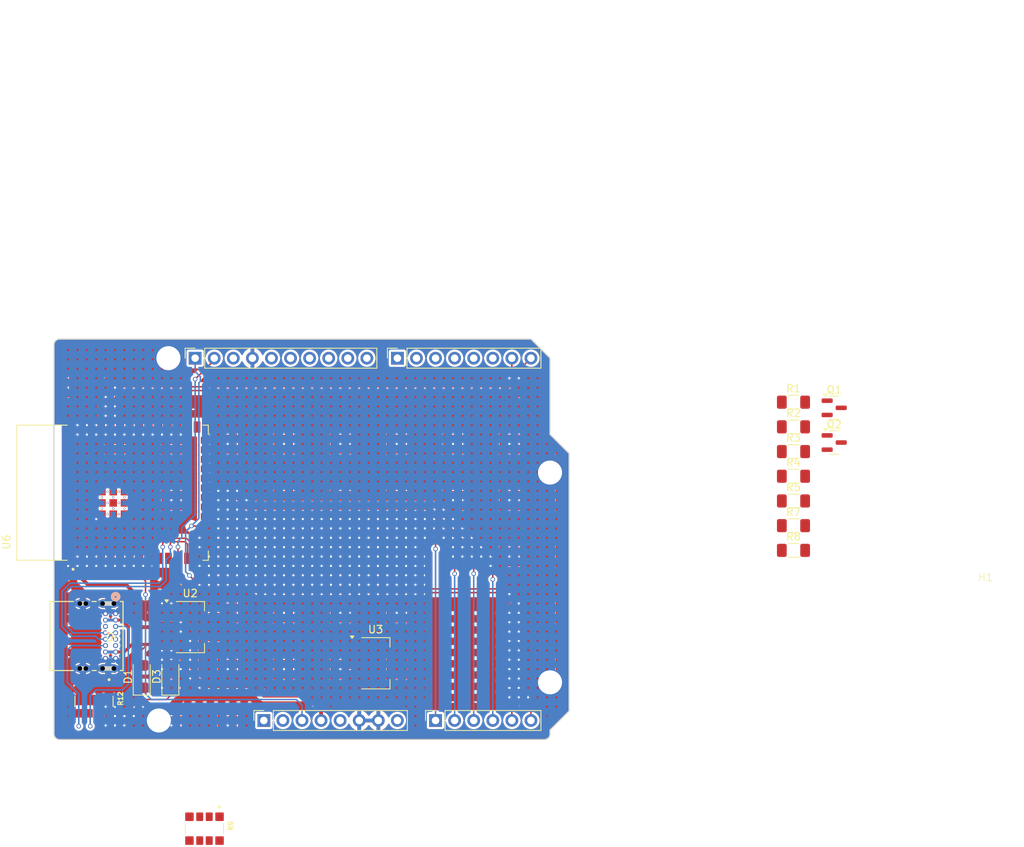
<source format=kicad_pcb>
(kicad_pcb (version 20240108) (generator "pcbnew") (generator_version "8.0")
  (title_block (date "mar. 31 mars 2015"))
  (layers (0 "F.Cu" signal) (31 "B.Cu" signal) (34 "B.Paste" user) (35 "F.Paste" user) (36 "B.SilkS" user "B.Silkscreen") (37 "F.SilkS" user "F.Silkscreen") (38 "B.Mask" user) (39 "F.Mask" user) (44 "Edge.Cuts" user))
  (net 0 "")
  (net 1 "GND")
  (net 3 "+5V")
  (net 4 "/IOREF")
  (net 5 "/A0")
  (net 6 "/A1")
  (net 7 "/A2")
  (net 8 "/A3")
  (net 9 "/SDA{slash}A4")
  (net 10 "/SCL{slash}A5")
  (net 11 "/13")
  (net 12 "/12")
  (net 13 "/AREF")
  (net 14 "/8")
  (net 15 "/7")
  (net 16 "/*11")
  (net 17 "/*10")
  (net 18 "/*9")
  (net 19 "/4")
  (net 20 "/2")
  (net 21 "/*6")
  (net 22 "/*5")
  (net 23 "/TX{slash}1")
  (net 24 "/*3")
  (net 25 "/RX{slash}0")
  (net 26 "VCC")
  (net 27 "/~{RESET}")
  (net 28 "/USB_D-")
  (net 29 "/USB_D+")
  (net 30 "/CC2")
  (net 33 "/CC1")
  (net 55 "SCL_3V3")
  (net 56 "SCL_5V")
  (net 57 "SDA_5V")
  (net 58 "SDA_3V3")
  (net 59 "/IO9")
  (net 60 "/IO8")
  (net 61 "/GPIO5")
  (net 62 "/GPIO7")
  (net 63 "/GPIO6")
  (net 64 "/GPIO4")
  (net 65 "+3V3")
  (net 67 "/LED_3V3")
  (net 68 "/LED_VUSB")
  (footprint "Connector_PinSocket_2.54mm:PinSocket_1x08_P2.54mm_Vertical" (layer "F.Cu") (at 127.94 97.46 90)
    (property "Reference" "J1" (hide yes))
    (property "Value" "Power")
    (pad "1" thru_hole rect (at 0 0 90) (size 1.7 1.7) (drill 1) (layers "*.Cu" "*.Mask"))
    (pad "2" thru_hole oval (at 0 2.54 90) (size 1.7 1.7) (drill 1) (layers "*.Cu" "*.Mask") (net 4 "/IOREF"))
    (pad "3" thru_hole oval (at 0 5.08 90) (size 1.7 1.7) (drill 1) (layers "*.Cu" "*.Mask") (net 27 "/~{RESET}"))
    (pad "4" thru_hole oval (at 0 7.62 90) (size 1.7 1.7) (drill 1) (layers "*.Cu" "*.Mask") (net 65 "+3V3"))
    (pad "5" thru_hole oval (at 0 10.16 90) (size 1.7 1.7) (drill 1) (layers "*.Cu" "*.Mask") (net 3 "+5V"))
    (pad "6" thru_hole oval (at 0 12.7 90) (size 1.7 1.7) (drill 1) (layers "*.Cu" "*.Mask") (net 1 "GND"))
    (pad "7" thru_hole oval (at 0 15.24 90) (size 1.7 1.7) (drill 1) (layers "*.Cu" "*.Mask") (net 1 "GND"))
    (pad "8" thru_hole oval (at 0 17.78 90) (size 1.7 1.7) (drill 1) (layers "*.Cu" "*.Mask") (net 26 "VCC"))
  )
  (footprint "Connector_PinSocket_2.54mm:PinSocket_1x06_P2.54mm_Vertical" (layer "F.Cu") (at 150.8 97.46 90)
    (property "Reference" "J3" (hide yes))
    (property "Value" "Analog")
    (pad "1" thru_hole rect (at 0 0 90) (size 1.7 1.7) (drill 1) (layers "*.Cu" "*.Mask") (net 5 "/A0"))
    (pad "2" thru_hole oval (at 0 2.54 90) (size 1.7 1.7) (drill 1) (layers "*.Cu" "*.Mask") (net 6 "/A1"))
    (pad "3" thru_hole oval (at 0 5.08 90) (size 1.7 1.7) (drill 1) (layers "*.Cu" "*.Mask") (net 7 "/A2"))
    (pad "4" thru_hole oval (at 0 7.62 90) (size 1.7 1.7) (drill 1) (layers "*.Cu" "*.Mask") (net 8 "/A3"))
    (pad "5" thru_hole oval (at 0 10.16 90) (size 1.7 1.7) (drill 1) (layers "*.Cu" "*.Mask") (net 9 "/SDA{slash}A4"))
    (pad "6" thru_hole oval (at 0 12.7 90) (size 1.7 1.7) (drill 1) (layers "*.Cu" "*.Mask") (net 10 "/SCL{slash}A5"))
  )
  (footprint "Connector_PinSocket_2.54mm:PinSocket_1x10_P2.54mm_Vertical" (layer "F.Cu") (at 118.796 49.2 90)
    (property "Reference" "J2" (hide yes))
    (property "Value" "Digital/PWM")
    (pad "1" thru_hole rect (at 0 0 90) (size 1.7 1.7) (drill 1) (layers "*.Cu" "*.Mask") (net 10 "/SCL{slash}A5"))
    (pad "2" thru_hole oval (at 0 2.54 90) (size 1.7 1.7) (drill 1) (layers "*.Cu" "*.Mask") (net 9 "/SDA{slash}A4"))
    (pad "3" thru_hole oval (at 0 5.08 90) (size 1.7 1.7) (drill 1) (layers "*.Cu" "*.Mask") (net 13 "/AREF"))
    (pad "4" thru_hole oval (at 0 7.62 90) (size 1.7 1.7) (drill 1) (layers "*.Cu" "*.Mask") (net 1 "GND"))
    (pad "5" thru_hole oval (at 0 10.16 90) (size 1.7 1.7) (drill 1) (layers "*.Cu" "*.Mask") (net 11 "/13"))
    (pad "6" thru_hole oval (at 0 12.7 90) (size 1.7 1.7) (drill 1) (layers "*.Cu" "*.Mask") (net 12 "/12"))
    (pad "7" thru_hole oval (at 0 15.24 90) (size 1.7 1.7) (drill 1) (layers "*.Cu" "*.Mask") (net 16 "/*11"))
    (pad "8" thru_hole oval (at 0 17.78 90) (size 1.7 1.7) (drill 1) (layers "*.Cu" "*.Mask") (net 17 "/*10"))
    (pad "9" thru_hole oval (at 0 20.32 90) (size 1.7 1.7) (drill 1) (layers "*.Cu" "*.Mask") (net 18 "/*9"))
    (pad "10" thru_hole oval (at 0 22.86 90) (size 1.7 1.7) (drill 1) (layers "*.Cu" "*.Mask") (net 14 "/8"))
  )
  (footprint "Connector_PinSocket_2.54mm:PinSocket_1x08_P2.54mm_Vertical" (layer "F.Cu") (at 145.72 49.2 90)
    (property "Reference" "J4" (hide yes))
    (property "Value" "Digital/PWM")
    (pad "1" thru_hole rect (at 0 0 90) (size 1.7 1.7) (drill 1) (layers "*.Cu" "*.Mask") (net 15 "/7"))
    (pad "2" thru_hole oval (at 0 2.54 90) (size 1.7 1.7) (drill 1) (layers "*.Cu" "*.Mask") (net 21 "/*6"))
    (pad "3" thru_hole oval (at 0 5.08 90) (size 1.7 1.7) (drill 1) (layers "*.Cu" "*.Mask") (net 22 "/*5"))
    (pad "4" thru_hole oval (at 0 7.62 90) (size 1.7 1.7) (drill 1) (layers "*.Cu" "*.Mask") (net 19 "/4"))
    (pad "5" thru_hole oval (at 0 10.16 90) (size 1.7 1.7) (drill 1) (layers "*.Cu" "*.Mask") (net 24 "/*3"))
    (pad "6" thru_hole oval (at 0 12.7 90) (size 1.7 1.7) (drill 1) (layers "*.Cu" "*.Mask") (net 20 "/2"))
    (pad "7" thru_hole oval (at 0 15.24 90) (size 1.7 1.7) (drill 1) (layers "*.Cu" "*.Mask") (net 23 "/TX{slash}1"))
    (pad "8" thru_hole oval (at 0 17.78 90) (size 1.7 1.7) (drill 1) (layers "*.Cu" "*.Mask") (net 25 "/RX{slash}0"))
  )
  (footprint "Resistor_SMD:R_1206_3216Metric_Pad1.30x1.75mm_HandSolder" (layer "F.Cu") (at 198.45 68.22)
    (property "Reference" "R5" (at 0 -1.82 0) (layer "F.SilkS"))
    (property "Value" "2K2")
    (pad "1" smd roundrect (at -1.55 0) (size 1.3 1.75) (layers "F.Cu" "F.Paste" "F.Mask") (roundrect_rratio 0.192308) (net 65 "+3V3"))
    (pad "2" smd roundrect (at 1.55 0) (size 1.3 1.75) (layers "F.Cu" "F.Paste" "F.Mask") (roundrect_rratio 0.192308) (net 60 "/IO8"))
  )
  (footprint "Resistor_SMD:R_1206_3216Metric_Pad1.30x1.75mm_HandSolder" (layer "F.Cu") (at 198.45 55.06)
    (property "Reference" "R1" (at 0 -1.82 0) (layer "F.SilkS"))
    (property "Value" "10k")
    (pad "1" smd roundrect (at -1.55 0) (size 1.3 1.75) (layers "F.Cu" "F.Paste" "F.Mask") (roundrect_rratio 0.192308) (net 65 "+3V3"))
    (pad "2" smd roundrect (at 1.55 0) (size 1.3 1.75) (layers "F.Cu" "F.Paste" "F.Mask") (roundrect_rratio 0.192308) (net 55 "SCL_3V3"))
  )
  (footprint "Resistor_SMD:R_1206_3216Metric_Pad1.30x1.75mm_HandSolder" (layer "F.Cu") (at 198.45 71.51)
    (property "Reference" "R7" (at 0 -1.82 0) (layer "F.SilkS"))
    (property "Value" "10k")
    (pad "1" smd roundrect (at -1.55 0) (size 1.3 1.75) (layers "F.Cu" "F.Paste" "F.Mask") (roundrect_rratio 0.192308) (net 3 "+5V"))
    (pad "2" smd roundrect (at 1.55 0) (size 1.3 1.75) (layers "F.Cu" "F.Paste" "F.Mask") (roundrect_rratio 0.192308) (net 56 "SCL_5V"))
  )
  (footprint "Alexander Library:XCVR_ESP32-S3-WROOM-2-N32R8V" (layer "F.Cu") (at 107.8 67.12 90)
    (property "Reference" "U6" (at -6.575 -14.135 90) (layer "F.SilkS"))
    (property "Value" "ESP32-S3-WROOM-1")
    (pad "1" smd rect (at -8.75 -5.26 90) (size 1.5 0.9) (layers "F.Cu" "F.Paste" "F.Mask") (net 1 "GND"))
    (pad "2" smd rect (at -8.75 -3.99 90) (size 1.5 0.9) (layers "F.Cu" "F.Paste" "F.Mask") (net 65 "+3V3"))
    (pad "3" smd rect (at -8.75 -2.72 90) (size 1.5 0.9) (layers "F.Cu" "F.Paste" "F.Mask") (net 27 "/~{RESET}"))
    (pad "4" smd rect (at -8.75 -1.45 90) (size 1.5 0.9) (layers "F.Cu" "F.Paste" "F.Mask") (net 64 "/GPIO4"))
    (pad "5" smd rect (at -8.75 -0.18 90) (size 1.5 0.9) (layers "F.Cu" "F.Paste" "F.Mask") (net 61 "/GPIO5"))
    (pad "6" smd rect (at -8.75 1.09 90) (size 1.5 0.9) (layers "F.Cu" "F.Paste" "F.Mask") (net 63 "/GPIO6"))
    (pad "7" smd rect (at -8.75 2.36 90) (size 1.5 0.9) (layers "F.Cu" "F.Paste" "F.Mask") (net 62 "/GPIO7"))
    (pad "8" smd rect (at -8.75 3.63 90) (size 1.5 0.9) (layers "F.Cu" "F.Paste" "F.Mask"))
    (pad "9" smd rect (at -8.75 4.9 90) (size 1.5 0.9) (layers "F.Cu" "F.Paste" "F.Mask"))
    (pad "10" smd rect (at -8.75 6.17 90) (size 1.5 0.9) (layers "F.Cu" "F.Paste" "F.Mask"))
    (pad "11" smd rect (at -8.75 7.44 90) (size 1.5 0.9) (layers "F.Cu" "F.Paste" "F.Mask"))
    (pad "12" smd rect (at -8.75 8.71 90) (size 1.5 0.9) (layers "F.Cu" "F.Paste" "F.Mask") (net 9 "/SDA{slash}A4"))
    (pad "13" smd rect (at -8.75 9.98 90) (size 1.5 0.9) (layers "F.Cu" "F.Paste" "F.Mask") (net 28 "/USB_D-"))
    (pad "14" smd rect (at -8.75 11.25 90) (size 1.5 0.9) (layers "F.Cu" "F.Paste" "F.Mask") (net 29 "/USB_D+"))
    (pad "15" smd rect (at -6.985 12.5 90) (size 0.9 1.5) (layers "F.Cu" "F.Paste" "F.Mask"))
    (pad "16" smd rect (at -5.715 12.5 90) (size 0.9 1.5) (layers "F.Cu" "F.Paste" "F.Mask"))
    (pad "17" smd rect (at -4.445 12.5 90) (size 0.9 1.5) (layers "F.Cu" "F.Paste" "F.Mask") (net 10 "/SCL{slash}A5"))
    (pad "18" smd rect (at -3.175 12.5 90) (size 0.9 1.5) (layers "F.Cu" "F.Paste" "F.Mask") (net 5 "/A0"))
    (pad "19" smd rect (at -1.905 12.5 90) (size 0.9 1.5) (layers "F.Cu" "F.Paste" "F.Mask") (net 6 "/A1"))
    (pad "20" smd rect (at -0.635 12.5 90) (size 0.9 1.5) (layers "F.Cu" "F.Paste" "F.Mask") (net 7 "/A2"))
    (pad "21" smd rect (at 0.635 12.5 90) (size 0.9 1.5) (layers "F.Cu" "F.Paste" "F.Mask") (net 8 "/A3"))
    (pad "22" smd rect (at 1.905 12.5 90) (size 0.9 1.5) (layers "F.Cu" "F.Paste" "F.Mask"))
    (pad "23" smd rect (at 3.175 12.5 90) (size 0.9 1.5) (layers "F.Cu" "F.Paste" "F.Mask"))
    (pad "24" smd rect (at 4.445 12.5 90) (size 0.9 1.5) (layers "F.Cu" "F.Paste" "F.Mask"))
    (pad "25" smd rect (at 5.715 12.5 90) (size 0.9 1.5) (layers "F.Cu" "F.Paste" "F.Mask"))
    (pad "26" smd rect (at 6.985 12.5 90) (size 0.9 1.5) (layers "F.Cu" "F.Paste" "F.Mask"))
    (pad "27" smd rect (at 8.75 11.25 90) (size 1.5 0.9) (layers "F.Cu" "F.Paste" "F.Mask"))
    (pad "28" smd rect (at 8.75 9.98 90) (size 1.5 0.9) (layers "F.Cu" "F.Paste" "F.Mask"))
    (pad "29" smd rect (at 8.75 8.71 90) (size 1.5 0.9) (layers "F.Cu" "F.Paste" "F.Mask"))
    (pad "30" smd rect (at 8.75 7.44 90) (size 1.5 0.9) (layers "F.Cu" "F.Paste" "F.Mask"))
    (pad "31" smd rect (at 8.75 6.17 90) (size 1.5 0.9) (layers "F.Cu" "F.Paste" "F.Mask"))
    (pad "32" smd rect (at 8.75 4.9 90) (size 1.5 0.9) (layers "F.Cu" "F.Paste" "F.Mask"))
    (pad "33" smd rect (at 8.75 3.63 90) (size 1.5 0.9) (layers "F.Cu" "F.Paste" "F.Mask"))
    (pad "34" smd rect (at 8.75 2.36 90) (size 1.5 0.9) (layers "F.Cu" "F.Paste" "F.Mask"))
    (pad "35" smd rect (at 8.75 1.09 90) (size 1.5 0.9) (layers "F.Cu" "F.Paste" "F.Mask"))
    (pad "36" smd rect (at 8.75 -0.18 90) (size 1.5 0.9) (layers "F.Cu" "F.Paste" "F.Mask") (net 25 "/RX{slash}0"))
    (pad "37" smd rect (at 8.75 -1.45 90) (size 1.5 0.9) (layers "F.Cu" "F.Paste" "F.Mask") (net 23 "/TX{slash}1"))
    (pad "38" smd rect (at 8.75 -2.72 90) (size 1.5 0.9) (layers "F.Cu" "F.Paste" "F.Mask"))
    (pad "39" smd rect (at 8.75 -3.99 90) (size 1.5 0.9) (layers "F.Cu" "F.Paste" "F.Mask"))
    (pad "40" smd rect (at 8.75 -5.26 90) (size 1.5 0.9) (layers "F.Cu" "F.Paste" "F.Mask") (net 1 "GND"))
    (pad "41_1" smd rect (at -1.36 0.09 90) (size 1 1) (layers "F.Cu" "F.Paste" "F.Mask"))
    (pad "41_2" smd rect (at -2.86 0.09 90) (size 1 1) (layers "F.Cu" "F.Paste" "F.Mask"))
    (pad "41_3" smd rect (at 0.14 0.09 90) (size 1 1) (layers "F.Cu" "F.Paste" "F.Mask"))
    (pad "41_4" smd rect (at -2.86 1.59 90) (size 1 1) (layers "F.Cu" "F.Paste" "F.Mask"))
    (pad "41_5" smd rect (at -1.36 1.59 90) (size 1 1) (layers "F.Cu" "F.Paste" "F.Mask"))
    (pad "41_6" smd rect (at 0.14 1.59 90) (size 1 1) (layers "F.Cu" "F.Paste" "F.Mask"))
    (pad "41_7" smd rect (at -2.86 -1.41 90) (size 1 1) (layers "F.Cu" "F.Paste" "F.Mask"))
    (pad "41_8" smd rect (at -1.36 -1.41 90) (size 1 1) (layers "F.Cu" "F.Paste" "F.Mask"))
    (pad "41_9" smd rect (at 0.14 -1.41 90) (size 1 1) (layers "F.Cu" "F.Paste" "F.Mask"))
    (pad "41_10" thru_hole circle (at -1.36 -0.66 90) (size 0.3 0.3) (drill 0.2) (layers "*.Cu"))
    (pad "41_11" thru_hole circle (at -2.86 -0.66 90) (size 0.3 0.3) (drill 0.2) (layers "*.Cu"))
    (pad "41_12" thru_hole circle (at 0.14 -0.66 90) (size 0.3 0.3) (drill 0.2) (layers "*.Cu"))
    (pad "41_13" thru_hole circle (at -2.86 0.84 90) (size 0.3 0.3) (drill 0.2) (layers "*.Cu"))
    (pad "41_14" thru_hole circle (at -1.36 0.84 90) (size 0.3 0.3) (drill 0.2) (layers "*.Cu"))
    (pad "41_15" thru_hole circle (at 0.14 0.84 90) (size 0.3 0.3) (drill 0.2) (layers "*.Cu"))
    (pad "41_16" thru_hole circle (at -2.11 -1.41 90) (size 0.3 0.3) (drill 0.2) (layers "*.Cu"))
    (pad "41_17" thru_hole circle (at -0.61 -1.41 90) (size 0.3 0.3) (drill 0.2) (layers "*.Cu"))
    (pad "41_18" thru_hole circle (at -2.11 0.09 90) (size 0.3 0.3) (drill 0.2) (layers "*.Cu"))
    (pad "41_19" thru_hole circle (at -0.61 0.09 90) (size 0.3 0.3) (drill 0.2) (layers "*.Cu"))
    (pad "41_20" thru_hole circle (at -2.11 1.59 90) (size 0.3 0.3) (drill 0.2) (layers "*.Cu"))
    (pad "41_21" thru_hole circle (at -0.61 1.59 90) (size 0.3 0.3) (drill 0.2) (layers "*.Cu"))
    (zone (net 0) (net_name "") (layer "F.Cu") (connect_pads (clearance 0)) (min_thickness 0.01)
      (keepout (tracks not_allowed) (vias not_allowed) (pads not_allowed) (copperpour not_allowed) (footprints allowed))
      (fill (thermal_gap 0.508) (thermal_bridge_width 0.508))
      (polygon (pts (xy 95.05 76.12) (xy 95.05 58.12) (xy 101.05 58.12) (xy 101.05 76.12)))
    )
    (zone (net 0) (net_name "") (layer "B.Cu") (connect_pads (clearance 0)) (min_thickness 0.01)
      (keepout (tracks not_allowed) (vias not_allowed) (pads not_allowed) (copperpour not_allowed) (footprints allowed))
      (fill (thermal_gap 0.508) (thermal_bridge_width 0.508))
      (polygon (pts (xy 95.05 76.12) (xy 95.05 58.12) (xy 101.05 58.12) (xy 101.05 76.12)))
    )
  )
  (footprint "Alexander Library:R-ARRAY_RESCAXS127P508X320X70-8N" (layer "F.Cu") (at 120.039 111.872 -90)
    (property "Reference" "R9" (at -0.378 -3.5264 90) (layer "F.SilkS") (effects (font (size 0.64 0.64))))
    (property "Value" "YC324-FK-10K")
    (pad "1" smd roundrect (at -1.59 -2.005 270) (size 1.14 1.13) (layers "F.Cu" "F.Paste" "F.Mask") (roundrect_rratio 0.1) (net 55 "SCL_3V3"))
    (pad "2" smd roundrect (at -1.59 -0.635 270) (size 1.14 0.93) (layers "F.Cu" "F.Paste" "F.Mask") (roundrect_rratio 0.1) (net 58 "SDA_3V3"))
    (pad "3" smd roundrect (at -1.59 0.635 270) (size 1.14 0.93) (layers "F.Cu" "F.Paste" "F.Mask") (roundrect_rratio 0.1) (net 57 "SDA_5V"))
    (pad "4" smd roundrect (at -1.59 2.005 270) (size 1.14 1.13) (layers "F.Cu" "F.Paste" "F.Mask") (roundrect_rratio 0.1) (net 56 "SCL_5V"))
    (pad "5" smd roundrect (at 1.59 2.005 270) (size 1.14 1.13) (layers "F.Cu" "F.Paste" "F.Mask") (roundrect_rratio 0.1) (net 65 "+3V3"))
    (pad "6" smd roundrect (at 1.59 0.635 270) (size 1.14 0.93) (layers "F.Cu" "F.Paste" "F.Mask") (roundrect_rratio 0.1) (net 65 "+3V3"))
    (pad "7" smd roundrect (at 1.59 -0.635 270) (size 1.14 0.93) (layers "F.Cu" "F.Paste" "F.Mask") (roundrect_rratio 0.1) (net 3 "+5V"))
    (pad "8" smd roundrect (at 1.59 -2.005 270) (size 1.14 1.13) (layers "F.Cu" "F.Paste" "F.Mask") (roundrect_rratio 0.1) (net 3 "+5V"))
  )
  (footprint "Package_TO_SOT_SMD:SOT-23" (layer "F.Cu") (at 203.87 60.44)
    (property "Reference" "Q2" (at 0 -2.4 0) (layer "F.SilkS"))
    (property "Value" "BSS138")
    (pad "1" smd roundrect (at -0.9375 -0.95) (size 1.475 0.6) (layers "F.Cu" "F.Paste" "F.Mask") (net 65 "+3V3"))
    (pad "2" smd roundrect (at -0.9375 0.95) (size 1.475 0.6) (layers "F.Cu" "F.Paste" "F.Mask") (net 58 "SDA_3V3"))
    (pad "3" smd roundrect (at 0.9375 0) (size 1.475 0.6) (layers "F.Cu" "F.Paste" "F.Mask") (net 57 "SDA_5V"))
  )
  (footprint "LED SMD:LED_1206_3216Metric_Pad1.42x1.75mm_HandSolder" (layer "F.Cu") (at 115.494 91.618 90)
    (property "Reference" "D3" (at 0 -1.82 90) (layer "F.SilkS"))
    (property "Value" "LED")
    (pad "1" smd roundrect (at -1.4875 0 90) (size 1.425 1.75) (layers "F.Cu" "F.Paste" "F.Mask") (roundrect_rratio 0.175439) (net 67 "/LED_3V3"))
    (pad "2" smd roundrect (at 1.4875 0 90) (size 1.425 1.75) (layers "F.Cu" "F.Paste" "F.Mask") (roundrect_rratio 0.175439) (net 65 "+3V3"))
  )
  (footprint "Resistor_SMD:R_1206_3216Metric_Pad1.30x1.75mm_HandSolder" (layer "F.Cu") (at 198.45 58.35)
    (property "Reference" "R2" (at 0 -1.82 0) (layer "F.SilkS"))
    (property "Value" "10k")
    (pad "1" smd roundrect (at -1.55 0) (size 1.3 1.75) (layers "F.Cu" "F.Paste" "F.Mask") (roundrect_rratio 0.192308) (net 65 "+3V3"))
    (pad "2" smd roundrect (at 1.55 0) (size 1.3 1.75) (layers "F.Cu" "F.Paste" "F.Mask") (roundrect_rratio 0.192308) (net 58 "SDA_3V3"))
  )
  (footprint "Arduino_MountingHole:MountingHole_3.2mm" (layer "F.Cu") (at 115.24 49.2)
    (property "Reference" "MH1" (hide yes))
    (property "Value" "MountingHole_3.2mm" (hide yes))
    (pad "" np_thru_hole circle (at 0 0) (size 3.2 3.2) (drill 3.2) (layers "*.Cu" "*.Mask"))
  )
  (footprint "Alexander Library:Arduino Uno" (layer "F.Cu") (at 224.01 78.89)
    (property "Reference" "H1" (at 0 -0.5 0) (layer "F.SilkS") (effects (font (thickness 0.1))))
    (property "Value" "MountingHole")
  )
  (footprint "Package_TO_SOT_SMD:SOT-223" (layer "F.Cu") (at 118.136 85.028)
    (property "Reference" "U2" (at 0 -4.5 0) (layer "F.SilkS"))
    (property "Value" "LM1117MP-3.3")
    (pad "1" smd roundrect (at -3.15 -2.3) (size 2 1.5) (layers "F.Cu" "F.Paste" "F.Mask") (net 1 "GND"))
    (pad "2" smd roundrect (at -3.15 0) (size 2 1.5) (layers "F.Cu" "F.Paste" "F.Mask") (net 65 "+3V3"))
    (pad "3" smd roundrect (at -3.15 2.3) (size 2 1.5) (layers "F.Cu" "F.Paste" "F.Mask") (net 26 "VCC"))
    (pad "4" smd roundrect (at 3.15 0) (size 2 3.8) (layers "F.Cu" "F.Paste" "F.Mask"))
  )
  (footprint "Alexander Library:USB-C_GCT CONN16_USB4085-GF-A" (layer "F.Cu") (at 108.208 83.236 -90)
    (property "Reference" "J5" (at 2.975 0.675 -90) (layer "F.SilkS"))
    (property "Value" "USB-C_Receptacle_Data_16P_GCT-USB4085")
    (fp_line (start -1.349985 4.7587) (end -1.349985 3.9713) (stroke (width 0.6096)) (layer "Edge.Cuts"))
    (fp_line (start 7.299985 4.7587) (end 7.299985 3.9713) (stroke (width 0.6096)) (layer "Edge.Cuts"))
    (fp_line (start -1.35 1.729301) (end -1.35 0.230701) (stroke (width 0.6096)) (layer "Edge.Cuts"))
    (fp_line (start 7.299985 1.7293) (end 7.299985 0.2307) (stroke (width 0.6096)) (layer "Edge.Cuts"))
    (pad "" np_thru_hole circle (at -1.35 0.230701 270) (size 0.6096 0.6096) (drill 0.6096) (layers))
    (pad "" np_thru_hole circle (at -1.35 1.729301 270) (size 0.6096 0.6096) (drill 0.6096) (layers))
    (pad "" np_thru_hole circle (at -1.349985 3.9713 270) (size 0.6096 0.6096) (drill 0.6096) (layers))
    (pad "" np_thru_hole circle (at -1.349985 4.7587 270) (size 0.6096 0.6096) (drill 0.6096) (layers))
    (pad "" np_thru_hole circle (at 7.299985 0.2307 270) (size 0.6096 0.6096) (drill 0.6096) (layers))
    (pad "" np_thru_hole circle (at 7.299985 1.7293 270) (size 0.6096 0.6096) (drill 0.6096) (layers))
    (pad "" np_thru_hole circle (at 7.299985 3.9713 270) (size 0.6096 0.6096) (drill 0.6096) (layers))
    (pad "" np_thru_hole circle (at 7.299985 4.7587 270) (size 0.6096 0.6096) (drill 0.6096) (layers))
    (pad "A1" thru_hole circle (at 0 0 270) (size 0.6604 0.6604) (drill 0.4064) (layers "*.Cu" "*.Mask") (net 1 "GND"))
    (pad "A4" thru_hole circle (at 0.850001 0 270) (size 0.6604 0.6604) (drill 0.4064) (layers "*.Cu" "*.Mask") (net 26 "VCC"))
    (pad "A5" thru_hole circle (at 1.699999 0 270) (size 0.6604 0.6604) (drill 0.4064) (layers "*.Cu" "*.Mask") (net 33 "/CC1"))
    (pad "A6" thru_hole circle (at 2.55 0 270) (size 0.6604 0.6604) (drill 0.4064) (layers "*.Cu" "*.Mask") (net 29 "/USB_D+"))
    (pad "A7" thru_hole circle (at 3.400001 0 270) (size 0.6604 0.6604) (drill 0.4064) (layers "*.Cu" "*.Mask") (net 28 "/USB_D-"))
    (pad "A8" thru_hole circle (at 4.250002 0 270) (size 0.6604 0.6604) (drill 0.4064) (layers "*.Cu" "*.Mask"))
    (pad "A9" thru_hole circle (at 5.1 0 270) (size 0.6604 0.6604) (drill 0.4064) (layers "*.Cu" "*.Mask") (net 26 "VCC"))
    (pad "A12" thru_hole circle (at 5.950001 0 270) (size 0.6604 0.6604) (drill 0.4064) (layers "*.Cu" "*.Mask") (net 1 "GND"))
    (pad "B1" thru_hole circle (at 5.950001 1.35 270) (size 0.6604 0.6604) (drill 0.4064) (layers "*.Cu" "*.Mask") (net 1 "GND"))
    (pad "B4" thru_hole circle (at 5.1 1.35 270) (size 0.6604 0.6604) (drill 0.4064) (layers "*.Cu" "*.Mask") (net 26 "VCC"))
    (pad "B5" thru_hole circle (at 4.250002 1.35 270) (size 0.6604 0.6604) (drill 0.4064) (layers "*.Cu" "*.Mask") (net 30 "/CC2"))
    (pad "B6" thru_hole circle (at 3.400001 1.35 270) (size 0.6604 0.6604) (drill 0.4064) (layers "*.Cu" "*.Mask") (net 29 "/USB_D+"))
    (pad "B7" thru_hole circle (at 2.55 1.35 270) (size 0.6604 0.6604) (drill 0.4064) (layers "*.Cu" "*.Mask") (net 28 "/USB_D-"))
    (pad "B8" thru_hole circle (at 1.699999 1.35 270) (size 0.6604 0.6604) (drill 0.4064) (layers "*.Cu" "*.Mask"))
    (pad "B9" thru_hole circle (at 0.850001 1.35 270) (size 0.6604 0.6604) (drill 0.4064) (layers "*.Cu" "*.Mask") (net 26 "VCC"))
    (pad "B12" thru_hole circle (at 0 1.35 270) (size 0.6604 0.6604) (drill 0.4064) (layers "*.Cu" "*.Mask") (net 1 "GND"))
    (pad "S1" thru_hole oval (at -1.349985 4.365) (size 1.905 1.1176) (drill 0.0254) (layers "*.Cu" "*.Mask") (net 1 "GND"))
    (pad "S2" thru_hole oval (at 7.299985 4.365) (size 1.905 1.1176) (drill 0.0254) (layers "*.Cu" "*.Mask") (net 1 "GND"))
    (pad "S3" thru_hole oval (at -1.35 0.980001) (size 2.6162 1.1176) (drill 0.0254) (layers "*.Cu" "*.Mask") (net 1 "GND"))
    (pad "S4" thru_hole oval (at 7.299985 0.98) (size 2.6162 1.1176) (drill 0.0254) (layers "*.Cu" "*.Mask") (net 1 "GND"))
  )
  (footprint "Resistor_SMD:R_1206_3216Metric_Pad1.30x1.75mm_HandSolder" (layer "F.Cu") (at 198.45 74.8)
    (property "Reference" "R8" (at 0 -1.82 0) (layer "F.SilkS"))
    (property "Value" "10k")
    (pad "1" smd roundrect (at -1.55 0) (size 1.3 1.75) (layers "F.Cu" "F.Paste" "F.Mask") (roundrect_rratio 0.192308) (net 3 "+5V"))
    (pad "2" smd roundrect (at 1.55 0) (size 1.3 1.75) (layers "F.Cu" "F.Paste" "F.Mask") (roundrect_rratio 0.192308) (net 57 "SDA_5V"))
  )
  (footprint "Arduino_MountingHole:MountingHole_3.2mm" (layer "F.Cu") (at 113.97 97.46)
    (property "Reference" "MH2" (hide yes))
    (property "Value" "MountingHole_3.2mm" (hide yes))
    (pad "" np_thru_hole circle (at 0 0) (size 3.2 3.2) (drill 3.2) (layers "*.Cu" "*.Mask"))
  )
  (footprint "Resistor_SMD:R_1206_3216Metric_Pad1.30x1.75mm_HandSolder" (layer "F.Cu") (at 198.45 61.64)
    (property "Reference" "R3" (at 0 -1.82 0) (layer "F.SilkS"))
    (property "Value" "100k")
    (pad "1" smd roundrect (at -1.55 0) (size 1.3 1.75) (layers "F.Cu" "F.Paste" "F.Mask") (roundrect_rratio 0.192308) (net 65 "+3V3"))
    (pad "2" smd roundrect (at 1.55 0) (size 1.3 1.75) (layers "F.Cu" "F.Paste" "F.Mask") (roundrect_rratio 0.192308) (net 27 "/~{RESET}"))
  )
  (footprint "Alexander Library:R-ARRAY_RESCAXS127P508X320X70-8N" (layer "F.Cu") (at 105.334 94.92 -90)
    (property "Reference" "R12" (at -0.378 -3.5264 90) (layer "F.SilkS") (effects (font (size 0.64 0.64))))
    (property "Value" "YC324-FK-5K1")
    (pad "1" smd roundrect (at -1.59 -2.005 270) (size 1.14 1.13) (layers "F.Cu" "F.Paste" "F.Mask") (roundrect_rratio 0.1) (net 1 "GND"))
    (pad "2" smd roundrect (at -1.59 -0.635 270) (size 1.14 0.93) (layers "F.Cu" "F.Paste" "F.Mask") (roundrect_rratio 0.1) (net 1 "GND"))
    (pad "3" smd roundrect (at -1.59 0.635 270) (size 1.14 0.93) (layers "F.Cu" "F.Paste" "F.Mask") (roundrect_rratio 0.1) (net 1 "GND"))
    (pad "4" smd roundrect (at -1.59 2.005 270) (size 1.14 1.13) (layers "F.Cu" "F.Paste" "F.Mask") (roundrect_rratio 0.1) (net 1 "GND"))
    (pad "5" smd roundrect (at 1.59 2.005 270) (size 1.14 1.13) (layers "F.Cu" "F.Paste" "F.Mask") (roundrect_rratio 0.1) (net 30 "/CC2"))
    (pad "6" smd roundrect (at 1.59 0.635 270) (size 1.14 0.93) (layers "F.Cu" "F.Paste" "F.Mask") (roundrect_rratio 0.1) (net 33 "/CC1"))
    (pad "7" smd roundrect (at 1.59 -0.635 270) (size 1.14 0.93) (layers "F.Cu" "F.Paste" "F.Mask") (roundrect_rratio 0.1) (net 67 "/LED_3V3"))
    (pad "8" smd roundrect (at 1.59 -2.005 270) (size 1.14 1.13) (layers "F.Cu" "F.Paste" "F.Mask") (roundrect_rratio 0.1) (net 68 "/LED_VUSB"))
  )
  (footprint "Arduino_MountingHole:MountingHole_3.2mm" (layer "F.Cu") (at 166.04 64.44)
    (property "Reference" "MH3" (hide yes))
    (property "Value" "MountingHole_3.2mm" (hide yes))
    (pad "" np_thru_hole circle (at 0 0) (size 3.2 3.2) (drill 3.2) (layers "*.Cu" "*.Mask"))
  )
  (footprint "Arduino_MountingHole:MountingHole_3.2mm" (layer "F.Cu") (at 166.04 92.38)
    (property "Reference" "MH4" (hide yes))
    (property "Value" "MountingHole_3.2mm" (hide yes))
    (pad "" np_thru_hole circle (at 0 0) (size 3.2 3.2) (drill 3.2) (layers "*.Cu" "*.Mask"))
  )
  (footprint "Package TO SOT SMD:SOT-223" (layer "F.Cu") (at 142.824 89.84)
    (property "Reference" "U3" (at 0 -4.5 0) (layer "F.SilkS"))
    (property "Value" "AMS1117-5V")
    (pad "1" smd roundrect (at -3.15 -2.3) (size 2 1.5) (layers "F.Cu" "F.Paste" "F.Mask") (net 1 "GND"))
    (pad "2" smd roundrect (at -3.15 0) (size 2 1.5) (layers "F.Cu" "F.Paste" "F.Mask") (net 3 "+5V"))
    (pad "3" smd roundrect (at -3.15 2.3) (size 2 1.5) (layers "F.Cu" "F.Paste" "F.Mask") (net 26 "VCC"))
    (pad "4" smd roundrect (at 3.15 0) (size 2 3.8) (layers "F.Cu" "F.Paste" "F.Mask"))
  )
  (footprint "LED SMD:LED_1206_3216Metric_Pad1.42x1.75mm_HandSolder" (layer "F.Cu") (at 111.684 91.618 90)
    (property "Reference" "D1" (at 0 -1.82 90) (layer "F.SilkS"))
    (property "Value" "LED")
    (pad "1" smd roundrect (at -1.4875 0 90) (size 1.425 1.75) (layers "F.Cu" "F.Paste" "F.Mask") (roundrect_rratio 0.175439) (net 68 "/LED_VUSB"))
    (pad "2" smd roundrect (at 1.4875 0 90) (size 1.425 1.75) (layers "F.Cu" "F.Paste" "F.Mask") (roundrect_rratio 0.175439) (net 26 "VCC"))
  )
  (footprint "Package_TO_SOT_SMD:SOT-23" (layer "F.Cu") (at 203.87 55.815)
    (property "Reference" "Q1" (at 0 -2.4 0) (layer "F.SilkS"))
    (property "Value" "BSS138")
    (pad "1" smd roundrect (at -0.9375 -0.95) (size 1.475 0.6) (layers "F.Cu" "F.Paste" "F.Mask") (net 65 "+3V3"))
    (pad "2" smd roundrect (at -0.9375 0.95) (size 1.475 0.6) (layers "F.Cu" "F.Paste" "F.Mask") (net 55 "SCL_3V3"))
    (pad "3" smd roundrect (at 0.9375 0) (size 1.475 0.6) (layers "F.Cu" "F.Paste" "F.Mask") (net 56 "SCL_5V"))
  )
  (footprint "Resistor_SMD:R_1206_3216Metric_Pad1.30x1.75mm_HandSolder" (layer "F.Cu") (at 198.45 64.93)
    (property "Reference" "R4" (at 0 -1.82 0) (layer "F.SilkS"))
    (property "Value" "10k")
    (pad "1" smd roundrect (at -1.55 0) (size 1.3 1.75) (layers "F.Cu" "F.Paste" "F.Mask") (roundrect_rratio 0.192308) (net 65 "+3V3"))
    (pad "2" smd roundrect (at 1.55 0) (size 1.3 1.75) (layers "F.Cu" "F.Paste" "F.Mask") (roundrect_rratio 0.192308) (net 59 "/IO9"))
  )
  (gr_line (start 166.04 59.36) (end 168.58 61.9) (stroke (width 0.15)) (layer "Edge.Cuts"))
  (gr_line (start 100 99.238) (end 100 47.422) (stroke (width 0.15)) (layer "Edge.Cuts"))
  (gr_line (start 168.58 61.9) (end 168.58 96.19) (stroke (width 0.15)) (layer "Edge.Cuts"))
  (gr_line (start 165.278 100) (end 100.762 100) (stroke (width 0.15)) (layer "Edge.Cuts"))
  (gr_line (start 100.762 46.66) (end 163.5 46.66) (stroke (width 0.15)) (layer "Edge.Cuts"))
  (gr_arc (start 100.762 100) (mid 100.223185 99.776815) (end 100 99.238) (stroke (width 0.15)) (layer "Edge.Cuts"))
  (gr_line (start 168.58 96.19) (end 166.04 98.73) (stroke (width 0.15)) (layer "Edge.Cuts"))
  (gr_line (start 163.5 46.66) (end 166.04 49.2) (stroke (width 0.15)) (layer "Edge.Cuts"))
  (gr_arc (start 166.04 99.238) (mid 165.816815 99.776815) (end 165.278 100) (stroke (width 0.15)) (layer "Edge.Cuts"))
  (gr_line (start 166.04 49.2) (end 166.04 59.36) (stroke (width 0.15)) (layer "Edge.Cuts"))
  (gr_line (start 166.04 98.73) (end 166.04 99.238) (stroke (width 0.15)) (layer "Edge.Cuts"))
  (gr_arc (start 100 47.422) (mid 100.223185 46.883185) (end 100.762 46.66) (stroke (width 0.15)) (layer "Edge.Cuts"))
  (segment (start 108.063052 91.020016) (end 108.175 91.020016) (width 0.2) (layer "F.Cu") (net 1))
  (segment (start 108.135618 89.384445) (end 108.247566 89.384445) (width 0.2) (layer "B.Cu") (net 1))
  (segment (start 108.063052 90.170015) (end 108.175 90.170015) (width 0.2) (layer "B.Cu") (net 1))
  (segment (start 150.8 71.243106) (end 150.8 74.6) (width 0.2) (layer "F.Cu") (net 5))
  (segment (start 120.3 70.295) (end 149.851894 70.295) (width 0.2) (layer "F.Cu") (net 5))
  (segment (start 149.851894 70.295) (end 150.8 71.243106) (width 0.2) (layer "F.Cu") (net 5))
  (via (at 150.8 74.6) (size 0.6) (drill 0.4) (layers "F.Cu" "B.Cu") (net 5))
  (segment (start 150.8 74.6) (end 150.8 97.46) (width 0.2) (layer "B.Cu") (net 5))
  (segment (start 124.705894 69.025) (end 120.3 69.025) (width 0.2) (layer "F.Cu") (net 6))
  (segment (start 153.34 77.902) (end 153.34 73.076) (width 0.2) (layer "F.Cu") (net 6))
  (segment (start 125.475894 69.795) (end 124.705894 69.025) (width 0.2) (layer "F.Cu") (net 6))
  (segment (start 150.059 69.795) (end 125.475894 69.795) (width 0.2) (layer "F.Cu") (net 6))
  (segment (start 153.34 73.076) (end 150.059 69.795) (width 0.2) (layer "F.Cu") (net 6))
  (via (at 153.34 77.902) (size 0.6) (drill 0.4) (layers "F.Cu" "B.Cu") (net 6))
  (segment (start 153.34 77.902) (end 153.34 97.46) (width 0.2) (layer "B.Cu") (net 6))
  (segment (start 125.683 69.295) (end 124.143 67.755) (width 0.2) (layer "F.Cu") (net 7))
  (segment (start 124.143 67.755) (end 120.3 67.755) (width 0.2) (layer "F.Cu") (net 7))
  (segment (start 155.88 77.902) (end 155.88 74.854) (width 0.2) (layer "F.Cu") (net 7))
  (segment (start 155.88 74.854) (end 150.321 69.295) (width 0.2) (layer "F.Cu") (net 7))
  (segment (start 150.321 69.295) (end 125.683 69.295) (width 0.2) (layer "F.Cu") (net 7))
  (via (at 155.88 77.902) (size 0.6) (drill 0.4) (layers "F.Cu" "B.Cu") (net 7))
  (segment (start 155.88 77.902) (end 155.88 97.46) (width 0.2) (layer "B.Cu") (net 7))
  (segment (start 123.622 66.472) (end 120.313 66.472) (width 0.2) (layer "F.Cu") (net 8))
  (segment (start 120.313 66.472) (end 120.3 66.485) (width 0.2) (layer "F.Cu") (net 8))
  (segment (start 125.945 68.795) (end 123.622 66.472) (width 0.2) (layer "F.Cu") (net 8))
  (segment (start 158.42 76.632) (end 150.583 68.795) (width 0.2) (layer "F.Cu") (net 8))
  (segment (start 158.42 78.664) (end 158.42 76.632) (width 0.2) (layer "F.Cu") (net 8))
  (segment (start 150.583 68.795) (end 125.945 68.795) (width 0.2) (layer "F.Cu") (net 8))
  (via (at 158.42 78.664) (size 0.6) (drill 0.4) (layers "F.Cu" "B.Cu") (net 8))
  (segment (start 158.42 78.664) (end 158.42 97.46) (width 0.2) (layer "B.Cu") (net 8))
  (segment (start 159.174 80.434) (end 127.478894 80.434) (width 0.2) (layer "F.Cu") (net 9))
  (segment (start 126.216894 79.172) (end 117.526 79.172) (width 0.2) (layer "F.Cu") (net 9))
  (segment (start 160.96 97.46) (end 160.96 82.22) (width 0.2) (layer "F.Cu") (net 9))
  (segment (start 116.51 75.87) (end 116.51 74.346) (width 0.2) (layer "F.Cu") (net 9))
  (segment (start 121.336 49.454) (end 121.336 49.2) (width 0.2) (layer "F.Cu") (net 9))
  (segment (start 160.96 82.22) (end 159.174 80.434) (width 0.2) (layer "F.Cu") (net 9))
  (segment (start 116.51 78.156) (end 116.51 75.87) (width 0.2) (layer "F.Cu") (net 9))
  (segment (start 118.796 51.994) (end 121.336 49.454) (width 0.2) (layer "F.Cu") (net 9))
  (segment (start 117.526 79.172) (end 116.51 78.156) (width 0.2) (layer "F.Cu") (net 9))
  (segment (start 127.478894 80.434) (end 126.216894 79.172) (width 0.2) (layer "F.Cu") (net 9))
  (via (at 118.796 51.994) (size 0.6) (drill 0.4) (layers "F.Cu" "B.Cu") (net 9))
  (via (at 116.51 74.346) (size 0.6) (drill 0.4) (layers "F.Cu" "B.Cu") (net 9))
  (segment (start 118.796 70.028) (end 117.018 71.806) (width 0.2) (layer "B.Cu") (net 9))
  (segment (start 116.51 73.584) (end 116.51 74.346) (width 0.2) (layer "B.Cu") (net 9))
  (segment (start 117.018 71.806) (end 117.018 73.076) (width 0.2) (layer "B.Cu") (net 9))
  (segment (start 117.018 73.076) (end 116.51 73.584) (width 0.2) (layer "B.Cu") (net 9))
  (segment (start 118.796 51.994) (end 118.796 70.028) (width 0.2) (layer "B.Cu") (net 9))
  (segment (start 161.468 93.396) (end 163.5 95.428) (width 0.2) (layer "F.Cu") (net 10))
  (segment (start 126.424 78.672) (end 127.686 79.934) (width 0.2) (layer "F.Cu") (net 10))
  (segment (start 118.301 71.565) (end 120.3 71.565) (width 0.2) (layer "F.Cu") (net 10))
  (segment (start 118.288 71.552) (end 118.301 71.565) (width 0.2) (layer "F.Cu") (net 10))
  (segment (start 163.5 95.428) (end 163.5 97.46) (width 0.2) (layer "F.Cu") (net 10))
  (segment (start 118.55 78.672) (end 126.424 78.672) (width 0.2) (layer "F.Cu") (net 10))
  (segment (start 159.381107 79.934) (end 161.468 82.020893) (width 0.2) (layer "F.Cu") (net 10))
  (segment (start 118.034 78.156) (end 118.55 78.672) (width 0.2) (layer "F.Cu") (net 10))
  (segment (start 161.468 82.020893) (end 161.468 93.396) (width 0.2) (layer "F.Cu") (net 10))
  (segment (start 127.686 79.934) (end 159.381107 79.934) (width 0.2) (layer "F.Cu") (net 10))
  (via (at 118.288 71.552) (size 0.6) (drill 0.4) (layers "F.Cu" "B.Cu") (net 10))
  (via (at 118.034 78.156) (size 0.6) (drill 0.4) (layers "F.Cu" "B.Cu") (net 10))
  (segment (start 119.496 51.678) (end 118.796 50.978) (width 0.2) (layer "B.Cu") (net 10))
  (segment (start 119.296 70.544) (end 119.296 52.48395) (width 0.2) (layer "B.Cu") (net 10))
  (segment (start 118.288 71.552) (end 117.526 72.314) (width 0.2) (layer "B.Cu") (net 10))
  (segment (start 117.526 72.314) (end 119.296 70.544) (width 0.2) (layer "B.Cu") (net 10))
  (segment (start 117.526 72.314) (end 117.526 77.648) (width 0.2) (layer "B.Cu") (net 10))
  (segment (start 118.796 50.978) (end 118.796 49.2) (width 0.2) (layer "B.Cu") (net 10))
  (segment (start 119.296 52.48395) (end 119.496 52.28395) (width 0.2) (layer "B.Cu") (net 10))
  (segment (start 119.496 52.28395) (end 119.496 51.678) (width 0.2) (layer "B.Cu") (net 10))
  (segment (start 117.526 77.648) (end 118.034 78.156) (width 0.2) (layer "B.Cu") (net 10))
  (segment (start 106.35 55.55) (end 108.89 53.01) (width 0.2) (layer "F.Cu") (net 23))
  (segment (start 108.89 53.01) (end 159.944 53.01) (width 0.2) (layer "F.Cu") (net 23))
  (segment (start 160.96 51.994) (end 160.96 49.2) (width 0.2) (layer "F.Cu") (net 23))
  (segment (start 106.35 58.37) (end 106.35 55.55) (width 0.2) (layer "F.Cu") (net 23))
  (segment (start 159.944 53.01) (end 160.96 51.994) (width 0.2) (layer "F.Cu") (net 23))
  (segment (start 107.62 54.987106) (end 109.089106 53.518) (width 0.2) (layer "F.Cu") (net 25))
  (segment (start 107.62 58.37) (end 107.62 54.987106) (width 0.2) (layer "F.Cu") (net 25))
  (segment (start 161.46 51.24) (end 163.5 49.2) (width 0.2) (layer "F.Cu") (net 25))
  (segment (start 160.143107 53.518) (end 161.46 52.201107) (width 0.2) (layer "F.Cu") (net 25))
  (segment (start 161.46 52.201107) (end 161.46 51.24) (width 0.2) (layer "F.Cu") (net 25))
  (segment (start 109.089106 53.518) (end 160.143107 53.518) (width 0.2) (layer "F.Cu") (net 25))
  (segment (start 112.446 87.328) (end 111.684 88.09) (width 0.2) (layer "F.Cu") (net 26))
  (segment (start 108.978001 84.086001) (end 108.208 84.086001) (width 0.4) (layer "F.Cu") (net 26))
  (segment (start 109.906 87.808) (end 109.906 85.014) (width 0.4) (layer "F.Cu") (net 26))
  (segment (start 109.392444 88.336) (end 108.208 88.336) (width 0.4) (layer "F.Cu") (net 26))
  (segment (start 109.392444 88.321556) (end 109.906 87.808) (width 0.4) (layer "F.Cu") (net 26))
  (segment (start 109.906 87.808) (end 110.16 87.554) (width 0.4) (layer "F.Cu") (net 26))
  (segment (start 109.906 85.014) (end 108.978001 84.086001) (width 0.4) (layer "F.Cu") (net 26))
  (segment (start 108.135618 88.534444) (end 108.247566 88.534444) (width 0.2) (layer "F.Cu") (net 26))
  (segment (start 109.392444 88.336) (end 109.392444 88.321556) (width 0.4) (layer "F.Cu") (net 26))
  (segment (start 112.446 87.328) (end 114.986 87.328) (width 0.4) (layer "F.Cu") (net 26))
  (segment (start 110.16 87.554) (end 110.386 87.328) (width 0.4) (layer "F.Cu") (net 26))
  (segment (start 111.684 88.09) (end 111.684 90.1305) (width 0.2) (layer "F.Cu") (net 26))
  (segment (start 110.386 87.328) (end 112.446 87.328) (width 0.4) (layer "F.Cu") (net 26))
  (segment (start 106.858 84.086001) (end 108.208 84.086001) (width 0.4) (layer "B.Cu") (net 26))
  (segment (start 106.858 88.336) (end 108.208 88.336) (width 0.4) (layer "B.Cu") (net 26))
  (segment (start 111.542 78.268) (end 112.192 78.918) (width 0.2) (layer "F.Cu") (net 27))
  (segment (start 112.192 78.918) (end 112.192 80.696) (width 0.2) (layer "F.Cu") (net 27))
  (segment (start 105.446 78.268) (end 111.542 78.268) (width 0.2) (layer "F.Cu") (net 27))
  (segment (start 105.08 75.87) (end 105.08 77.902) (width 0.2) (layer "F.Cu") (net 27))
  (segment (start 105.08 77.902) (end 105.446 78.268) (width 0.2) (layer "F.Cu") (net 27))
  (via (at 112.192 80.696) (size 0.6) (drill 0.4) (layers "F.Cu" "B.Cu") (net 27))
  (segment (start 132.258 94.666) (end 112.954 94.666) (width 0.2) (layer "B.Cu") (net 27))
  (segment (start 112.192 93.904) (end 112.192 80.696) (width 0.2) (layer "B.Cu") (net 27))
  (segment (start 133.02 97.46) (end 133.02 95.428) (width 0.2) (layer "B.Cu") (net 27))
  (segment (start 133.02 95.428) (end 132.258 94.666) (width 0.2) (layer "B.Cu") (net 27))
  (segment (start 112.954 94.666) (end 112.192 93.904) (width 0.2) (layer "B.Cu") (net 27))
  (segment (start 115.494 73.838) (end 115.686 73.646) (width 0.2) (layer "F.Cu") (net 28))
  (segment (start 108.096052 86.636001) (end 108.208 86.636001) (width 0.2) (layer "F.Cu") (net 28))
  (segment (start 117.78 73.966396) (end 117.78 75.87) (width 0.2) (layer "F.Cu") (net 28))
  (segment (start 106.858 85.786) (end 107.246051 85.786) (width 0.2) (layer "F.Cu") (net 28))
  (segment (start 117.459604 73.646) (end 117.78 73.966396) (width 0.2) (layer "F.Cu") (net 28))
  (segment (start 107.246051 85.786) (end 108.096052 86.636001) (width 0.2) (layer "F.Cu") (net 28))
  (segment (start 115.686 73.646) (end 117.459604 73.646) (width 0.2) (layer "F.Cu") (net 28))
  (segment (start 115.494 74.346) (end 115.494 73.838) (width 0.2) (layer "F.Cu") (net 28))
  (via (at 115.494 74.346) (size 0.6) (drill 0.4) (layers "F.Cu" "B.Cu") (net 28))
  (segment (start 114.156396 79.622) (end 102.344 79.622) (width 0.2) (layer "B.Cu") (net 28))
  (segment (start 101.524 80.442) (end 101.524 84.76) (width 0.2) (layer "B.Cu") (net 28))
  (segment (start 101.524 84.76) (end 102.55 85.786) (width 0.2) (layer "B.Cu") (net 28))
  (segment (start 114.928 76.044) (end 114.928 78.850396) (width 0.2) (layer "B.Cu") (net 28))
  (segment (start 102.55 85.786) (end 106.858 85.786) (width 0.2) (layer "B.Cu") (net 28))
  (segment (start 115.494 74.346) (end 115.494 75.478) (width 0.2) (layer "B.Cu") (net 28))
  (segment (start 114.928 78.850396) (end 114.156396 79.622) (width 0.2) (layer "B.Cu") (net 28))
  (segment (start 115.494 75.478) (end 114.928 76.044) (width 0.2) (layer "B.Cu") (net 28))
  (segment (start 107.097602 85.786) (end 106.858 85.786) (width 0.2) (layer "B.Cu") (net 28))
  (segment (start 102.344 79.622) (end 101.524 80.442) (width 0.2) (layer "B.Cu") (net 28))
  (segment (start 115.12 73.196) (end 117.646 73.196) (width 0.2) (layer "F.Cu") (net 29))
  (segment (start 119.05 74.6) (end 119.05 75.87) (width 0.2) (layer "F.Cu") (net 29))
  (segment (start 117.646 73.196) (end 119.05 74.6) (width 0.2) (layer "F.Cu") (net 29))
  (segment (start 114.478 74.346) (end 114.478 73.838) (width 0.2) (layer "F.Cu") (net 29))
  (segment (start 114.478 73.838) (end 115.12 73.196) (width 0.2) (layer "F.Cu") (net 29))
  (segment (start 119.05 77.95) (end 119.049997 77.950003) (width 0.2) (layer "F.Cu") (net 29))
  (via (at 114.478 74.346) (size 0.6) (drill 0.4) (layers "F.Cu" "B.Cu") (net 29))
  (segment (start 107.013999 86.636001) (end 107.864 85.786) (width 0.2) (layer "B.Cu") (net 29))
  (segment (start 105.54 86.236) (end 105.940001 86.636001) (width 0.2) (layer "B.Cu") (net 29))
  (segment (start 105.940001 86.636001) (end 106.858 86.636001) (width 0.2) (layer "B.Cu") (net 29))
  (segment (start 113.97 79.172) (end 102.157604 79.172) (width 0.2) (layer "B.Cu") (net 29))
  (segment (start 114.478 78.664) (end 113.97 79.172) (width 0.2) (layer "B.Cu") (net 29))
  (segment (start 101.074 80.255604) (end 101.074 84.946396) (width 0.2) (layer "B.Cu") (net 29))
  (segment (start 107.864 85.786) (end 108.208 85.786) (width 0.2) (layer "B.Cu") (net 29))
  (segment (start 106.858 86.636001) (end 107.013999 86.636001) (width 0.2) (layer "B.Cu") (net 29))
  (segment (start 101.074 84.946396) (end 102.363604 86.236) (width 0.2) (layer "B.Cu") (net 29))
  (segment (start 102.363604 86.236) (end 105.54 86.236) (width 0.2) (layer "B.Cu") (net 29))
  (segment (start 102.157604 79.172) (end 101.074 80.255604) (width 0.2) (layer "B.Cu") (net 29))
  (segment (start 114.478 74.346) (end 114.478 78.664) (width 0.2) (layer "B.Cu") (net 29))
  (segment (start 103.302 98.222) (end 103.302 96.603) (width 0.2) (layer "F.Cu") (net 30))
  (segment (start 103.302 96.603) (end 103.395 96.51) (width 0.2) (layer "F.Cu") (net 30))
  (via (at 103.302 98.222) (size 0.6) (drill 0.4) (layers "F.Cu" "B.Cu") (net 30))
  (segment (start 102.353998 87.486002) (end 106.858 87.486002) (width 0.2) (layer "B.Cu") (net 30))
  (segment (start 101.778 92.38) (end 101.778 88.062) (width 0.2) (layer "B.Cu") (net 30))
  (segment (start 103.302 98.222) (end 103.302 93.904) (width 0.2) (layer "B.Cu") (net 30))
  (segment (start 103.302 93.904) (end 101.778 92.38) (width 0.2) (layer "B.Cu") (net 30))
  (segment (start 101.778 88.062) (end 102.353998 87.486002) (width 0.2) (layer "B.Cu") (net 30))
  (segment (start 104.826 98.222) (end 104.826 96.637) (width 0.2) (layer "F.Cu") (net 33))
  (segment (start 104.826 96.637) (end 104.699 96.51) (width 0.2) (layer "F.Cu") (net 33))
  (via (at 104.826 98.222) (size 0.6) (drill 0.4) (layers "F.Cu" "B.Cu") (net 33))
  (segment (start 105.588 93.396) (end 109.144 93.396) (width 0.2) (layer "B.Cu") (net 33))
  (segment (start 109.906 85.268) (end 109.573999 84.935999) (width 0.2) (layer "B.Cu") (net 33))
  (segment (start 104.826 94.158) (end 105.588 93.396) (width 0.2) (layer "B.Cu") (net 33))
  (segment (start 109.573999 84.935999) (end 108.208 84.935999) (width 0.2) (layer "B.Cu") (net 33))
  (segment (start 104.826 98.222) (end 104.826 94.158) (width 0.2) (layer "B.Cu") (net 33))
  (segment (start 109.906 92.634) (end 109.906 85.268) (width 0.2) (layer "B.Cu") (net 33))
  (segment (start 109.144 93.396) (end 109.906 92.634) (width 0.2) (layer "B.Cu") (net 33))
  (segment (start 118.542 90.856) (end 118.542 91.364) (width 0.5) (layer "F.Cu") (net 65))
  (segment (start 120.066 92.888) (end 126.67 92.888) (width 0.5) (layer "F.Cu") (net 65))
  (segment (start 117.8165 90.1305) (end 118.542 90.856) (width 0.2) (layer "F.Cu") (net 65))
  (segment (start 127.94 94.158) (end 134.036 94.158) (width 0.5) (layer "F.Cu") (net 65))
  (segment (start 110.668 80.442) (end 109.652 79.426) (width 0.5) (layer "F.Cu") (net 65))
  (segment (start 126.67 92.888) (end 127.94 94.158) (width 0.5) (layer "F.Cu") (net 65))
  (segment (start 115.494 90.1305) (end 117.8165 90.1305) (width 0.2) (layer "F.Cu") (net 65))
  (segment (start 117.54 85.028) (end 118.542 86.03) (width 0.5) (layer "F.Cu") (net 65))
  (segment (start 118.542 91.364) (end 120.066 92.888) (width 0.5) (layer "F.Cu") (net 65))
  (segment (start 104.572 79.426) (end 103.81 78.664) (width 0.5) (layer "F.Cu") (net 65))
  (segment (start 118.542 86.03) (end 118.542 90.856) (width 0.5) (layer "F.Cu") (net 65))
  (segment (start 114.986 85.028) (end 117.54 85.028) (width 0.5) (layer "F.Cu") (net 65))
  (segment (start 135.56 95.682) (end 135.56 97.46) (width 0.5) (layer "F.Cu") (net 65))
  (segment (start 103.81 78.664) (end 103.81 75.87) (width 0.5) (layer "F.Cu") (net 65))
  (segment (start 111.698 85.028) (end 110.668 83.998) (width 0.5) (layer "F.Cu") (net 65))
  (segment (start 114.986 85.028) (end 111.698 85.028) (width 0.5) (layer "F.Cu") (net 65))
  (segment (start 110.668 83.998) (end 110.668 80.442) (width 0.5) (layer "F.Cu") (net 65))
  (segment (start 134.036 94.158) (end 135.56 95.682) (width 0.5) (layer "F.Cu") (net 65))
  (segment (start 109.652 79.426) (end 104.572 79.426) (width 0.5) (layer "F.Cu") (net 65))
  (segment (start 109.144 97.714) (end 106.35 97.714) (width 0.2) (layer "F.Cu") (net 67))
  (segment (start 115.494 93.1055) (end 115.494 94.158) (width 0.2) (layer "F.Cu") (net 67))
  (segment (start 106.35 97.714) (end 105.969 97.333) (width 0.2) (layer "F.Cu") (net 67))
  (segment (start 115.494 94.158) (end 114.986 94.666) (width 0.2) (layer "F.Cu") (net 67))
  (segment (start 112.192 94.666) (end 109.144 97.714) (width 0.2) (layer "F.Cu") (net 67))
  (segment (start 105.969 97.333) (end 105.969 96.51) (width 0.2) (layer "F.Cu") (net 67))
  (segment (start 114.986 94.666) (end 112.192 94.666) (width 0.2) (layer "F.Cu") (net 67))
  (segment (start 111.684 94.412) (end 109.586 96.51) (width 0.2) (layer "F.Cu") (net 68))
  (segment (start 109.586 96.51) (end 107.339 96.51) (width 0.2) (layer "F.Cu") (net 68))
  (segment (start 111.684 93.1055) (end 111.684 94.412) (width 0.2) (layer "F.Cu") (net 68))
  (zone (net 1) (net_name "GND") (layer "F.Cu") (priority 3) (connect_pads (clearance 0)) (min_thickness 0.2) (fill yes (thermal_gap 0.2) (thermal_bridge_width 0.8))
    (polygon (pts (xy 102.286 80.696) (xy 109.144 80.696) (xy 109.144 94.412) (xy 102.286 94.412)))
  )
  (zone (net 1) (net_name "GND") (layer "F.Cu") (name "GND") (connect_pads (clearance 0.508)) (min_thickness 0.25) (fill yes (mode hatch) (thermal_gap 0.5) (thermal_bridge_width 0.5) (hatch_thickness 1) (hatch_gap 0.5) (hatch_orientation 0) (hatch_border_algorithm hatch_thickness) (hatch_min_hole_area 0.3))
    (polygon (pts (xy 100 46.66) (xy 171.12 46.66) (xy 171.12 100) (xy 100 100)))
  )
  (zone (net 1) (net_name "GND") (layer "B.Cu") (name "GND") (priority 1) (connect_pads (clearance 0)) (min_thickness 0.25) (fill yes (mode hatch) (thermal_gap 0.5) (thermal_bridge_width 0.5) (hatch_thickness 1) (hatch_gap 0.25) (hatch_orientation 0) (hatch_border_algorithm hatch_thickness) (hatch_min_hole_area 0.3))
    (polygon (pts (xy 99.75 46.5) (xy 170 46.5) (xy 170 101) (xy 97.75 100.5) (xy 99.5 49.5)))
  )
  (zone (net 1) (net_name "GND") (layer "B.Cu") (priority 2) (connect_pads (clearance 0)) (min_thickness 0.2) (fill yes (thermal_gap 0.2) (thermal_bridge_width 0.8))
    (polygon (pts (xy 102.286 80.696) (xy 109.144 80.696) (xy 109.144 91.872) (xy 102.286 91.872)))
  )
)
</source>
